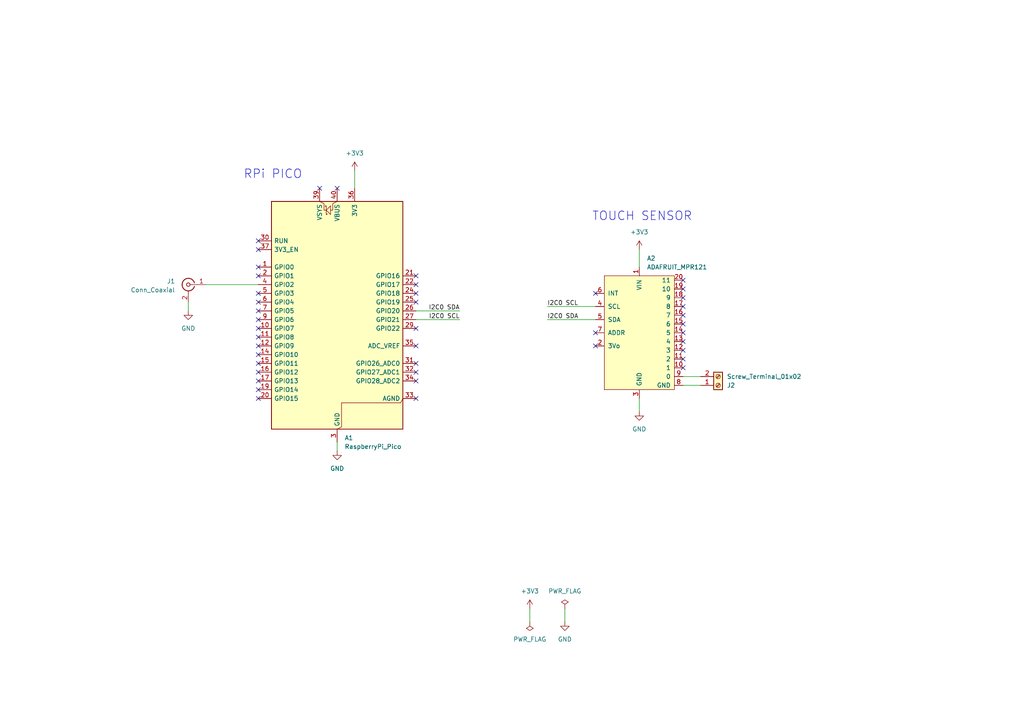
<source format=kicad_sch>
(kicad_sch (version 20250114) (generator "eeschema") (generator_version "9.0")
  (paper "A4")
  (title_block (title "Single-bottle lick sensor, BNC output") (date "2025-10-27") (rev "1.0"))
  (lib_symbols
    (symbol "AG_Sensor:ADAFRUIT_MPR121" (pin_names (offset 1.016))
      (property "Reference" "A" (at 5.08 13.97 0))
      (property "Value" "ADAFRUIT_MPR121" (at 2.54 16.51 0))
      (symbol "ADAFRUIT_MPR121_1_1"
        (rectangle (start -8.89 11.43) (end 11.43 -21.59) (fill (type background)))
        (pin passive line (at -11.43 6.35 0) (length 2.54) (name "INT") (number "6"))
        (pin passive line (at -11.43 2.54 0) (length 2.54) (name "SCL") (number "4"))
        (pin passive line (at -11.43 -1.27 0) (length 2.54) (name "SDA") (number "5"))
        (pin passive line (at -11.43 -5.08 0) (length 2.54) (name "ADDR") (number "7"))
        (pin power_out line (at -11.43 -8.89 0) (length 2.54) (name "3Vo") (number "2"))
        (pin power_in line (at 1.27 13.97 270) (length 2.54) (name "VIN") (number "1"))
        (pin power_in line (at 1.27 -24.13 90) (length 2.54) (name "GND") (number "3"))
        (pin passive line (at 13.97 10.16 180) (length 2.54) (name "11") (number "20"))
        (pin passive line (at 13.97 7.62 180) (length 2.54) (name "10") (number "19"))
        (pin passive line (at 13.97 5.08 180) (length 2.54) (name "9") (number "18"))
        (pin passive line (at 13.97 2.54 180) (length 2.54) (name "8") (number "17"))
        (pin passive line (at 13.97 0 180) (length 2.54) (name "7") (number "16"))
        (pin passive line (at 13.97 -2.54 180) (length 2.54) (name "6") (number "15"))
        (pin passive line (at 13.97 -5.08 180) (length 2.54) (name "5") (number "14"))
        (pin passive line (at 13.97 -7.62 180) (length 2.54) (name "4") (number "13"))
        (pin passive line (at 13.97 -10.16 180) (length 2.54) (name "3") (number "12"))
        (pin passive line (at 13.97 -12.7 180) (length 2.54) (name "2") (number "11"))
        (pin passive line (at 13.97 -15.24 180) (length 2.54) (name "1") (number "10"))
        (pin passive line (at 13.97 -17.78 180) (length 2.54) (name "0") (number "9"))
        (pin power_in line (at 13.97 -20.32 180) (length 2.54) (name "GND") (number "8"))
      )
    )
    (symbol "Connector:Conn_Coaxial" (pin_names (offset 1.016) (hide yes))
      (property "Reference" "J" (at 0.254 3.048 0))
      (property "Value" "Conn_Coaxial" (at 2.921 0 90))
      (symbol "Conn_Coaxial_0_1"
        (polyline (pts (xy -2.54 0) (xy -0.508 0)))
        (arc (start 1.778 0) (mid 0.222 -1.8079) (end -1.778 -0.508) (stroke (width 0.254)))
        (arc (start -1.778 0.508) (mid 0.2221 1.8084) (end 1.778 0) (stroke (width 0.254)))
        (circle (center 0 0) (radius 0.508) (stroke (width 0.2032)))
        (polyline (pts (xy 0 -2.54) (xy 0 -1.778)))
      )
      (symbol "Conn_Coaxial_1_1"
        (pin passive line (at -5.08 0 0) (length 2.54) (name "In") (number "1"))
        (pin passive line (at 0 -5.08 90) (length 2.54) (name "Ext") (number "2"))
      )
    )
    (symbol "Connector:Screw_Terminal_01x02" (pin_names (offset 1.016) (hide yes))
      (property "Reference" "J" (at 0 2.54 0))
      (property "Value" "Screw_Terminal_01x02" (at 0 -5.08 0))
      (symbol "Screw_Terminal_01x02_1_1"
        (rectangle (start -1.27 1.27) (end 1.27 -3.81) (stroke (width 0.254)) (fill (type background)))
        (polyline (pts (xy -0.5334 0.3302) (xy 0.3302 -0.508)) (stroke (width 0.1524)))
        (polyline (pts (xy -0.5334 -2.2098) (xy 0.3302 -3.048)) (stroke (width 0.1524)))
        (polyline (pts (xy -0.3556 0.508) (xy 0.508 -0.3302)) (stroke (width 0.1524)))
        (polyline (pts (xy -0.3556 -2.032) (xy 0.508 -2.8702)) (stroke (width 0.1524)))
        (circle (center 0 0) (radius 0.635) (stroke (width 0.1524)))
        (circle (center 0 -2.54) (radius 0.635) (stroke (width 0.1524)))
        (pin passive line (at -5.08 0 0) (length 3.81) (name "Pin_1") (number "1"))
        (pin passive line (at -5.08 -2.54 0) (length 3.81) (name "Pin_2") (number "2"))
      )
    )
    (symbol "MCU_Module:RaspberryPi_Pico" (pin_names (offset 0.762))
      (property "Reference" "A" (at -19.05 35.56 0))
      (property "Value" "RaspberryPi_Pico" (at 7.62 35.56 0))
      (symbol "RaspberryPi_Pico_0_1"
        (rectangle (start -19.05 34.29) (end 19.05 -31.75) (stroke (width 0.254)) (fill (type background)))
        (polyline (pts (xy -5.08 34.29) (xy -3.81 33.655) (xy -3.81 31.75) (xy -3.175 31.75)))
        (polyline (pts (xy -3.429 32.766) (xy -3.429 33.02) (xy -3.175 33.02) (xy -3.175 30.48) (xy -2.921 30.48) (xy -2.921 30.734)))
        (polyline (pts (xy -3.175 31.75) (xy -1.905 33.02) (xy -1.905 30.48) (xy -3.175 31.75)))
        (polyline (pts (xy 0 34.29) (xy -1.27 33.655) (xy -1.27 31.75) (xy -1.905 31.75)))
        (polyline (pts (xy 0 -31.75) (xy 1.27 -31.115) (xy 1.27 -24.13) (xy 18.415 -24.13) (xy 19.05 -22.86)))
      )
      (symbol "RaspberryPi_Pico_1_1"
        (pin passive line (at -22.86 22.86 0) (length 3.81) (name "RUN") (number "30"))
        (pin passive line (at -22.86 20.32 0) (length 3.81) (name "3V3_EN") (number "37"))
        (pin bidirectional line (at -22.86 15.24 0) (length 3.81) (name "GPIO0") (number "1"))
        (pin bidirectional line (at -22.86 12.7 0) (length 3.81) (name "GPIO1") (number "2"))
        (pin bidirectional line (at -22.86 10.16 0) (length 3.81) (name "GPIO2") (number "4"))
        (pin bidirectional line (at -22.86 7.62 0) (length 3.81) (name "GPIO3") (number "5"))
        (pin bidirectional line (at -22.86 5.08 0) (length 3.81) (name "GPIO4") (number "6"))
        (pin bidirectional line (at -22.86 2.54 0) (length 3.81) (name "GPIO5") (number "7"))
        (pin bidirectional line (at -22.86 0 0) (length 3.81) (name "GPIO6") (number "9"))
        (pin bidirectional line (at -22.86 -2.54 0) (length 3.81) (name "GPIO7") (number "10"))
        (pin bidirectional line (at -22.86 -5.08 0) (length 3.81) (name "GPIO8") (number "11"))
        (pin bidirectional line (at -22.86 -7.62 0) (length 3.81) (name "GPIO9") (number "12"))
        (pin bidirectional line (at -22.86 -10.16 0) (length 3.81) (name "GPIO10") (number "14"))
        (pin bidirectional line (at -22.86 -12.7 0) (length 3.81) (name "GPIO11") (number "15"))
        (pin bidirectional line (at -22.86 -15.24 0) (length 3.81) (name "GPIO12") (number "16"))
        (pin bidirectional line (at -22.86 -17.78 0) (length 3.81) (name "GPIO13") (number "17"))
        (pin bidirectional line (at -22.86 -20.32 0) (length 3.81) (name "GPIO14") (number "19"))
        (pin bidirectional line (at -22.86 -22.86 0) (length 3.81) (name "GPIO15") (number "20"))
        (pin power_in line (at -5.08 38.1 270) (length 3.81) (name "VSYS") (number "39"))
        (pin power_out line (at 0 38.1 270) (length 3.81) (name "VBUS") (number "40"))
        (pin passive line (at 0 -35.56 90) (length 3.81) (hide yes) (name "GND") (number "13"))
        (pin passive line (at 0 -35.56 90) (length 3.81) (hide yes) (name "GND") (number "18"))
        (pin passive line (at 0 -35.56 90) (length 3.81) (hide yes) (name "GND") (number "23"))
        (pin passive line (at 0 -35.56 90) (length 3.81) (hide yes) (name "GND") (number "28"))
        (pin power_out line (at 0 -35.56 90) (length 3.81) (name "GND") (number "3"))
        (pin passive line (at 0 -35.56 90) (length 3.81) (hide yes) (name "GND") (number "38"))
        (pin passive line (at 0 -35.56 90) (length 3.81) (hide yes) (name "GND") (number "8"))
        (pin power_out line (at 5.08 38.1 270) (length 3.81) (name "3V3") (number "36"))
        (pin bidirectional line (at 22.86 12.7 180) (length 3.81) (name "GPIO16") (number "21"))
        (pin bidirectional line (at 22.86 10.16 180) (length 3.81) (name "GPIO17") (number "22"))
        (pin bidirectional line (at 22.86 7.62 180) (length 3.81) (name "GPIO18") (number "24"))
        (pin bidirectional line (at 22.86 5.08 180) (length 3.81) (name "GPIO19") (number "25"))
        (pin bidirectional line (at 22.86 2.54 180) (length 3.81) (name "GPIO20") (number "26"))
        (pin bidirectional line (at 22.86 0 180) (length 3.81) (name "GPIO21") (number "27"))
        (pin bidirectional line (at 22.86 -2.54 180) (length 3.81) (name "GPIO22") (number "29"))
        (pin power_in line (at 22.86 -7.62 180) (length 3.81) (name "ADC_VREF") (number "35"))
        (pin bidirectional line (at 22.86 -12.7 180) (length 3.81) (name "GPIO26_ADC0") (number "31"))
        (pin bidirectional line (at 22.86 -15.24 180) (length 3.81) (name "GPIO27_ADC1") (number "32"))
        (pin bidirectional line (at 22.86 -17.78 180) (length 3.81) (name "GPIO28_ADC2") (number "34"))
        (pin power_out line (at 22.86 -22.86 180) (length 3.81) (name "AGND") (number "33"))
      )
    )
    (symbol "power:+3V3" (power) (pin_numbers (hide yes)) (pin_names (offset 0) (hide yes))
      (property "Value" "+3V3" (at 0 3.556 0))
      (symbol "+3V3_0_1"
        (polyline (pts (xy -0.762 1.27) (xy 0 2.54)))
        (polyline (pts (xy 0 2.54) (xy 0.762 1.27)))
        (polyline (pts (xy 0 0) (xy 0 2.54)))
      )
      (symbol "+3V3_1_1"
        (pin power_in line (at 0 0 90) (length 0) (name "~") (number "1"))
      )
    )
    (symbol "power:GND" (power) (pin_numbers (hide yes)) (pin_names (offset 0) (hide yes))
      (property "Value" "GND" (at 0 -3.81 0))
      (symbol "GND_0_1"
        (polyline (pts (xy 0 0) (xy 0 -1.27) (xy 1.27 -1.27) (xy 0 -2.54) (xy -1.27 -1.27) (xy 0 -1.27)))
      )
      (symbol "GND_1_1"
        (pin power_in line (at 0 0 270) (length 0) (name "~") (number "1"))
      )
    )
    (symbol "power:PWR_FLAG" (power) (pin_numbers (hide yes)) (pin_names (offset 0) (hide yes))
      (property "Value" "PWR_FLAG" (at 0 3.81 0))
      (symbol "PWR_FLAG_0_0"
        (pin power_out line (at 0 0 90) (length 0) (name "~") (number "1"))
      )
      (symbol "PWR_FLAG_0_1"
        (polyline (pts (xy 0 0) (xy 0 1.27) (xy -1.016 1.905) (xy 0 2.54) (xy 1.016 1.905) (xy 0 1.27)))
      )
    )
  )
  (text "TOUCH SENSOR" (at 171.704 64.262 0) (effects (font (size 2.5 2.5)) (justify left bottom)))
  (text "RPi PICO" (at 70.612 52.07 0) (effects (font (size 2.5 2.5)) (justify left bottom)))
  (no_connect (at 97.79 54.61))
  (no_connect (at 198.12 83.82))
  (no_connect (at 74.93 97.79))
  (no_connect (at 74.93 110.49))
  (no_connect (at 120.65 85.09))
  (no_connect (at 198.12 106.68))
  (no_connect (at 74.93 113.03))
  (no_connect (at 74.93 72.39))
  (no_connect (at 172.72 85.09))
  (no_connect (at 120.65 80.01))
  (no_connect (at 74.93 87.63))
  (no_connect (at 120.65 105.41))
  (no_connect (at 198.12 96.52))
  (no_connect (at 172.72 96.52))
  (no_connect (at 74.93 105.41))
  (no_connect (at 198.12 81.28))
  (no_connect (at 198.12 91.44))
  (no_connect (at 74.93 80.01))
  (no_connect (at 74.93 102.87))
  (no_connect (at 198.12 88.9))
  (no_connect (at 198.12 99.06))
  (no_connect (at 120.65 115.57))
  (no_connect (at 74.93 69.85))
  (no_connect (at 74.93 92.71))
  (no_connect (at 74.93 115.57))
  (no_connect (at 198.12 93.98))
  (no_connect (at 74.93 85.09))
  (no_connect (at 74.93 77.47))
  (no_connect (at 120.65 107.95))
  (no_connect (at 120.65 100.33))
  (no_connect (at 120.65 110.49))
  (no_connect (at 198.12 86.36))
  (no_connect (at 74.93 90.17))
  (no_connect (at 198.12 104.14))
  (no_connect (at 172.72 100.33))
  (no_connect (at 74.93 100.33))
  (no_connect (at 120.65 82.55))
  (no_connect (at 120.65 87.63))
  (no_connect (at 198.12 101.6))
  (no_connect (at 74.93 95.25))
  (no_connect (at 74.93 107.95))
  (no_connect (at 92.71 54.61))
  (no_connect (at 120.65 95.25))
  (wire (pts (xy 158.75 92.71) (xy 172.72 92.71)))
  (wire (pts (xy 163.83 176.53) (xy 163.83 180.34)))
  (wire (pts (xy 185.42 115.57) (xy 185.42 119.38)))
  (wire (pts (xy 54.61 87.63) (xy 54.61 90.17)))
  (wire (pts (xy 198.12 109.22) (xy 203.2 109.22)))
  (wire (pts (xy 185.42 72.39) (xy 185.42 77.47)))
  (wire (pts (xy 120.65 90.17) (xy 133.35 90.17)))
  (wire (pts (xy 198.12 111.76) (xy 203.2 111.76)))
  (wire (pts (xy 102.87 49.53) (xy 102.87 54.61)))
  (wire (pts (xy 120.65 92.71) (xy 133.35 92.71)))
  (wire (pts (xy 158.75 88.9) (xy 172.72 88.9)))
  (wire (pts (xy 97.79 128.27) (xy 97.79 130.81)))
  (wire (pts (xy 59.69 82.55) (xy 74.93 82.55)))
  (wire (pts (xy 153.67 176.53) (xy 153.67 180.34)))
  (label "I2C0 SCL" (at 158.75 88.9 0))
  (label "I2C0 SDA" (at 133.35 90.17 180))
  (label "I2C0 SDA" (at 158.75 92.71 0))
  (label "I2C0 SCL" (at 133.35 92.71 180))
  (symbol (lib_id "AG_Sensor:ADAFRUIT_MPR121") (at 184.15 91.44 0) (unit 1)
    (property "Reference" "A2" (at 187.6141 74.93 0) (effects (justify left)))
    (property "Value" "ADAFRUIT_MPR121" (at 187.6141 77.47 0) (effects (justify left)))
    (property "Footprint" "AG_Sensor:ADAFRUIT_MPR121" (effects (hide yes)))
    (property "Description" "Touch sensor board" (effects (hide yes)))
  )
  (symbol (lib_id "power:+3V3") (at 102.87 49.53 0) (unit 1)
    (property "Reference" "#PWR03" (effects (hide yes)))
    (property "Value" "+3V3" (at 102.87 44.45 0))
    (property "Description" "Power symbol creates a global label with name \"+3V3\"" (effects (hide yes)))
  )
  (symbol (lib_id "Connector:Conn_Coaxial") (at 54.61 82.55 0) (mirror y) (unit 1)
    (property "Reference" "J1" (at 50.8 81.5732 0) (effects (justify left)))
    (property "Value" "Conn_Coaxial" (at 50.8 84.1132 0) (effects (justify left)))
    (property "Footprint" "Connector_Coaxial:BNC_Amphenol_B6252HB-NPP3G-50_Horizontal" (effects (hide yes)))
    (property "Description" "coaxial connector (BNC, SMA, SMB, SMC, Cinch/RCA, LEMO, ...)" (effects (hide yes)))
  )
  (symbol (lib_id "power:GND") (at 163.83 180.34 0) (unit 1)
    (property "Reference" "#PWR05" (effects (hide yes)))
    (property "Value" "GND" (at 163.83 185.42 0))
    (property "Description" "Power symbol creates a global label with name \"GND\" , ground" (effects (hide yes)))
  )
  (symbol (lib_id "power:GND") (at 185.42 119.38 0) (unit 1)
    (property "Reference" "#PWR07" (effects (hide yes)))
    (property "Value" "GND" (at 185.42 124.46 0))
    (property "Description" "Power symbol creates a global label with name \"GND\" , ground" (effects (hide yes)))
  )
  (symbol (lib_id "Connector:Screw_Terminal_01x02") (at 208.28 111.76 0) (mirror x) (unit 1)
    (property "Reference" "J2" (at 210.82 111.7601 0) (effects (justify left)))
    (property "Value" "Screw_Terminal_01x02" (at 210.82 109.2201 0) (effects (justify left)))
    (property "Footprint" "TerminalBlock_Phoenix:TerminalBlock_Phoenix_MPT-0,5-2-2.54_1x02_P2.54mm_Horizontal" (effects (hide yes)))
    (property "Description" "Generic screw terminal, single row, 01x02, script generated (kicad-library-utils/schlib/autogen/connector/)" (effects (hide yes)))
  )
  (symbol (lib_id "MCU_Module:RaspberryPi_Pico") (at 97.79 92.71 0) (unit 1)
    (property "Reference" "A1" (at 99.9333 127 0) (effects (justify left)))
    (property "Value" "RaspberryPi_Pico" (at 99.9333 129.54 0) (effects (justify left)))
    (property "Footprint" "Module:RaspberryPi_Pico_Common_THT" (effects (hide yes)))
    (property "Datasheet" "https://datasheets.raspberrypi.com/pico/pico-datasheet.pdf" (effects (hide yes)))
    (property "Description" "Versatile and inexpensive microcontroller module powered by RP2040 dual-core Arm Cortex-M0+ processor up to 133 MHz, 264kB SRAM, 2MB QSPI flash; also supports Raspberry Pi Pico 2" (effects (hide yes)))
  )
  (symbol (lib_id "power:GND") (at 54.61 90.17 0) (unit 1)
    (property "Reference" "#PWR01" (effects (hide yes)))
    (property "Value" "GND" (at 54.61 95.25 0))
    (property "Description" "Power symbol creates a global label with name \"GND\" , ground" (effects (hide yes)))
  )
  (symbol (lib_id "power:PWR_FLAG") (at 163.83 176.53 0) (unit 1)
    (property "Reference" "#FLG02" (effects (hide yes)))
    (property "Value" "PWR_FLAG" (at 163.83 171.45 0))
    (property "Description" "Special symbol for telling ERC where power comes from" (effects (hide yes)))
  )
  (symbol (lib_id "power:+3V3") (at 185.42 72.39 0) (unit 1)
    (property "Reference" "#PWR06" (effects (hide yes)))
    (property "Value" "+3V3" (at 185.42 67.31 0))
    (property "Description" "Power symbol creates a global label with name \"+3V3\"" (effects (hide yes)))
  )
  (symbol (lib_id "power:+3V3") (at 153.67 176.53 0) (unit 1)
    (property "Reference" "#PWR04" (effects (hide yes)))
    (property "Value" "+3V3" (at 153.67 171.45 0))
    (property "Description" "Power symbol creates a global label with name \"+3V3\"" (effects (hide yes)))
  )
  (symbol (lib_id "power:PWR_FLAG") (at 153.67 180.34 180) (unit 1)
    (property "Reference" "#FLG01" (effects (hide yes)))
    (property "Value" "PWR_FLAG" (at 153.67 185.42 0))
    (property "Description" "Special symbol for telling ERC where power comes from" (effects (hide yes)))
  )
  (symbol (lib_id "power:GND") (at 97.79 130.81 0) (unit 1)
    (property "Reference" "#PWR02" (effects (hide yes)))
    (property "Value" "GND" (at 97.79 135.89 0))
    (property "Description" "Power symbol creates a global label with name \"GND\" , ground" (effects (hide yes)))
  )
)
</source>
